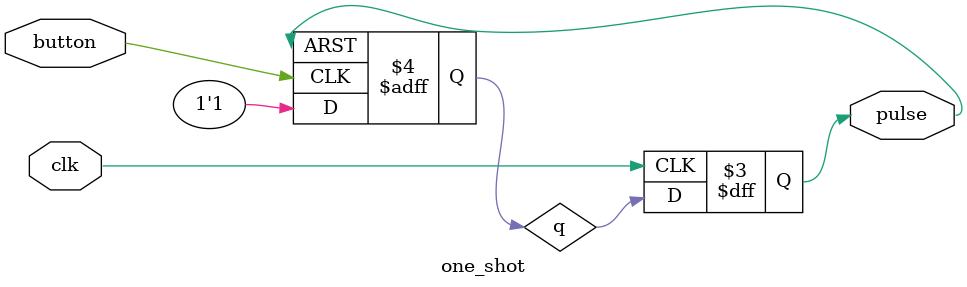
<source format=v>

module one_shot (
    input clk,
    input button,
    output reg pulse
);

// instantiation template
/*
one_shot one_shot_inst0 (
    .clk(),
    .button(),
    .pulse()
);
*/

reg q;

always @(posedge button or posedge pulse) begin
    if (pulse) begin
        q <= 0;
    end else begin
        q <= 1;
    end
end

always @(posedge clk) begin
    pulse <= q;
end

endmodule
</source>
